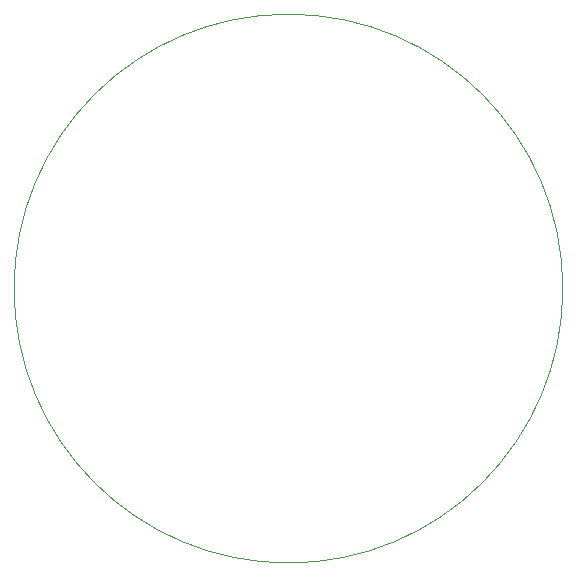
<source format=gbr>
%TF.GenerationSoftware,KiCad,Pcbnew,9.0.2*%
%TF.CreationDate,2025-07-01T17:26:35-07:00*%
%TF.ProjectId,Blinky,426c696e-6b79-42e6-9b69-6361645f7063,rev?*%
%TF.SameCoordinates,Original*%
%TF.FileFunction,Profile,NP*%
%FSLAX46Y46*%
G04 Gerber Fmt 4.6, Leading zero omitted, Abs format (unit mm)*
G04 Created by KiCad (PCBNEW 9.0.2) date 2025-07-01 17:26:35*
%MOMM*%
%LPD*%
G01*
G04 APERTURE LIST*
%TA.AperFunction,Profile*%
%ADD10C,0.050000*%
%TD*%
G04 APERTURE END LIST*
D10*
X157933166Y-89300000D02*
G75*
G02*
X111466834Y-89300000I-23233166J0D01*
G01*
X111466834Y-89300000D02*
G75*
G02*
X157933166Y-89300000I23233166J0D01*
G01*
M02*

</source>
